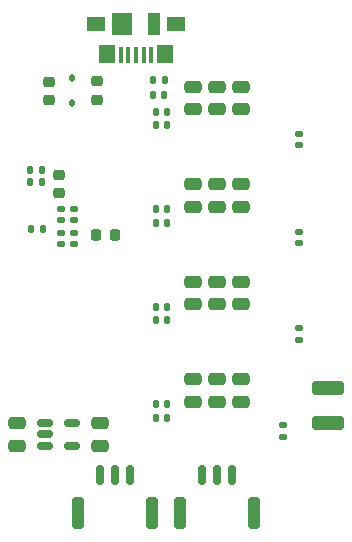
<source format=gbp>
%TF.GenerationSoftware,KiCad,Pcbnew,(7.0.0)*%
%TF.CreationDate,2023-11-06T15:13:21-05:00*%
%TF.ProjectId,ECE4760 Motor Driver,45434534-3736-4302-904d-6f746f722044,rev?*%
%TF.SameCoordinates,Original*%
%TF.FileFunction,Paste,Bot*%
%TF.FilePolarity,Positive*%
%FSLAX46Y46*%
G04 Gerber Fmt 4.6, Leading zero omitted, Abs format (unit mm)*
G04 Created by KiCad (PCBNEW (7.0.0)) date 2023-11-06 15:13:21*
%MOMM*%
%LPD*%
G01*
G04 APERTURE LIST*
G04 Aperture macros list*
%AMRoundRect*
0 Rectangle with rounded corners*
0 $1 Rounding radius*
0 $2 $3 $4 $5 $6 $7 $8 $9 X,Y pos of 4 corners*
0 Add a 4 corners polygon primitive as box body*
4,1,4,$2,$3,$4,$5,$6,$7,$8,$9,$2,$3,0*
0 Add four circle primitives for the rounded corners*
1,1,$1+$1,$2,$3*
1,1,$1+$1,$4,$5*
1,1,$1+$1,$6,$7*
1,1,$1+$1,$8,$9*
0 Add four rect primitives between the rounded corners*
20,1,$1+$1,$2,$3,$4,$5,0*
20,1,$1+$1,$4,$5,$6,$7,0*
20,1,$1+$1,$6,$7,$8,$9,0*
20,1,$1+$1,$8,$9,$2,$3,0*%
G04 Aperture macros list end*
%ADD10RoundRect,0.250000X-0.475000X0.250000X-0.475000X-0.250000X0.475000X-0.250000X0.475000X0.250000X0*%
%ADD11RoundRect,0.140000X0.170000X-0.140000X0.170000X0.140000X-0.170000X0.140000X-0.170000X-0.140000X0*%
%ADD12RoundRect,0.140000X0.140000X0.170000X-0.140000X0.170000X-0.140000X-0.170000X0.140000X-0.170000X0*%
%ADD13RoundRect,0.140000X-0.170000X0.140000X-0.170000X-0.140000X0.170000X-0.140000X0.170000X0.140000X0*%
%ADD14RoundRect,0.140000X-0.140000X-0.170000X0.140000X-0.170000X0.140000X0.170000X-0.140000X0.170000X0*%
%ADD15RoundRect,0.225000X0.250000X-0.225000X0.250000X0.225000X-0.250000X0.225000X-0.250000X-0.225000X0*%
%ADD16RoundRect,0.225000X-0.225000X-0.250000X0.225000X-0.250000X0.225000X0.250000X-0.225000X0.250000X0*%
%ADD17RoundRect,0.250000X0.475000X-0.250000X0.475000X0.250000X-0.475000X0.250000X-0.475000X-0.250000X0*%
%ADD18RoundRect,0.135000X0.135000X0.185000X-0.135000X0.185000X-0.135000X-0.185000X0.135000X-0.185000X0*%
%ADD19RoundRect,0.218750X-0.256250X0.218750X-0.256250X-0.218750X0.256250X-0.218750X0.256250X0.218750X0*%
%ADD20RoundRect,0.225000X-0.250000X0.225000X-0.250000X-0.225000X0.250000X-0.225000X0.250000X0.225000X0*%
%ADD21RoundRect,0.250000X1.100000X-0.325000X1.100000X0.325000X-1.100000X0.325000X-1.100000X-0.325000X0*%
%ADD22R,0.450000X1.380000*%
%ADD23R,1.650000X1.300000*%
%ADD24R,1.425000X1.550000*%
%ADD25R,1.800000X1.900000*%
%ADD26R,1.000000X1.900000*%
%ADD27RoundRect,0.150000X0.150000X0.700000X-0.150000X0.700000X-0.150000X-0.700000X0.150000X-0.700000X0*%
%ADD28RoundRect,0.250000X0.250000X1.100000X-0.250000X1.100000X-0.250000X-1.100000X0.250000X-1.100000X0*%
%ADD29RoundRect,0.150000X-0.512500X-0.150000X0.512500X-0.150000X0.512500X0.150000X-0.512500X0.150000X0*%
%ADD30RoundRect,0.112500X-0.112500X0.187500X-0.112500X-0.187500X0.112500X-0.187500X0.112500X0.187500X0*%
%ADD31RoundRect,0.135000X-0.135000X-0.185000X0.135000X-0.185000X0.135000X0.185000X-0.135000X0.185000X0*%
G04 APERTURE END LIST*
D10*
%TO.C,C55*%
X100838000Y-48580000D03*
X100838000Y-50480000D03*
%TD*%
D11*
%TO.C,C25*%
X107800000Y-61780000D03*
X107800000Y-60820000D03*
%TD*%
D10*
%TO.C,C63*%
X98806000Y-73345000D03*
X98806000Y-75245000D03*
%TD*%
D12*
%TO.C,C3*%
X96380001Y-49300001D03*
X95420001Y-49300001D03*
%TD*%
%TO.C,C27*%
X96619000Y-67183000D03*
X95659000Y-67183000D03*
%TD*%
D10*
%TO.C,C61*%
X100838000Y-65090000D03*
X100838000Y-66990000D03*
%TD*%
D13*
%TO.C,C8*%
X88700000Y-58920000D03*
X88700000Y-59880000D03*
%TD*%
D14*
%TO.C,C32*%
X95659000Y-76581000D03*
X96619000Y-76581000D03*
%TD*%
D11*
%TO.C,C6*%
X88700000Y-61880000D03*
X88700000Y-60920000D03*
%TD*%
D14*
%TO.C,C10*%
X85120000Y-60600000D03*
X86080000Y-60600000D03*
%TD*%
D10*
%TO.C,C58*%
X100838000Y-56835000D03*
X100838000Y-58735000D03*
%TD*%
D12*
%TO.C,C33*%
X96619000Y-75438000D03*
X95659000Y-75438000D03*
%TD*%
D15*
%TO.C,C5*%
X87500000Y-57575000D03*
X87500000Y-56025000D03*
%TD*%
D10*
%TO.C,C54*%
X98806000Y-48580000D03*
X98806000Y-50480000D03*
%TD*%
D16*
%TO.C,C4*%
X90625000Y-61100000D03*
X92175000Y-61100000D03*
%TD*%
D17*
%TO.C,C12*%
X83900001Y-78950000D03*
X83900001Y-77050000D03*
%TD*%
D18*
%TO.C,R3*%
X86000000Y-56600000D03*
X84980000Y-56600000D03*
%TD*%
D10*
%TO.C,C57*%
X98806000Y-56835000D03*
X98806000Y-58735000D03*
%TD*%
%TO.C,C62*%
X102870000Y-65090000D03*
X102870000Y-66990000D03*
%TD*%
D12*
%TO.C,C15*%
X96619000Y-50673000D03*
X95659000Y-50673000D03*
%TD*%
D19*
%TO.C,F1*%
X90700000Y-48112500D03*
X90700000Y-49687500D03*
%TD*%
D10*
%TO.C,C65*%
X102870000Y-73345000D03*
X102870000Y-75245000D03*
%TD*%
D20*
%TO.C,C2*%
X86614000Y-48120000D03*
X86614000Y-49670000D03*
%TD*%
D21*
%TO.C,RV1*%
X110236000Y-77040000D03*
X110236000Y-74090000D03*
%TD*%
D14*
%TO.C,C14*%
X95659000Y-51816000D03*
X96619000Y-51816000D03*
%TD*%
D11*
%TO.C,C9*%
X87600000Y-61880000D03*
X87600000Y-60920000D03*
%TD*%
D10*
%TO.C,C59*%
X102870000Y-56835000D03*
X102870000Y-58735000D03*
%TD*%
D22*
%TO.C,J3*%
X92679999Y-45909999D03*
X93329999Y-45909999D03*
X93979999Y-45909999D03*
X94629999Y-45909999D03*
X95279999Y-45909999D03*
D23*
X90604999Y-43249999D03*
D24*
X91492499Y-45824999D03*
D25*
X92829999Y-43249999D03*
D26*
X95529999Y-43249999D03*
D24*
X96467499Y-45824999D03*
D23*
X97354999Y-43249999D03*
%TD*%
D10*
%TO.C,C64*%
X100838000Y-73345000D03*
X100838000Y-75245000D03*
%TD*%
D11*
%TO.C,C31*%
X107800000Y-69980000D03*
X107800000Y-69020000D03*
%TD*%
D17*
%TO.C,C13*%
X90900001Y-78950000D03*
X90900001Y-77050000D03*
%TD*%
D11*
%TO.C,C7*%
X87600000Y-59880000D03*
X87600000Y-58920000D03*
%TD*%
D12*
%TO.C,C21*%
X96619000Y-58928000D03*
X95659000Y-58928000D03*
%TD*%
D27*
%TO.C,J5*%
X93452000Y-81462000D03*
X92202000Y-81462000D03*
X90952000Y-81462000D03*
D28*
X95302000Y-84662000D03*
X89102000Y-84662000D03*
%TD*%
D18*
%TO.C,R1*%
X96410000Y-48000000D03*
X95390000Y-48000000D03*
%TD*%
D29*
%TO.C,U5*%
X86262500Y-78950000D03*
X86262500Y-78000000D03*
X86262500Y-77050000D03*
X88537500Y-77050000D03*
X88537500Y-78950000D03*
%TD*%
D30*
%TO.C,D1*%
X88600000Y-47850000D03*
X88600000Y-49950000D03*
%TD*%
D11*
%TO.C,C19*%
X107800000Y-53480000D03*
X107800000Y-52520000D03*
%TD*%
D10*
%TO.C,C56*%
X102870000Y-48580000D03*
X102870000Y-50480000D03*
%TD*%
D31*
%TO.C,R2*%
X84980000Y-55600000D03*
X86000000Y-55600000D03*
%TD*%
D14*
%TO.C,C20*%
X95659000Y-60071000D03*
X96619000Y-60071000D03*
%TD*%
D11*
%TO.C,C37*%
X106400000Y-78180000D03*
X106400000Y-77220000D03*
%TD*%
D14*
%TO.C,C26*%
X95659000Y-68326000D03*
X96619000Y-68326000D03*
%TD*%
D27*
%TO.C,J4*%
X102088000Y-81462000D03*
X100838000Y-81462000D03*
X99588000Y-81462000D03*
D28*
X103938000Y-84662000D03*
X97738000Y-84662000D03*
%TD*%
D10*
%TO.C,C60*%
X98806000Y-65090000D03*
X98806000Y-66990000D03*
%TD*%
M02*

</source>
